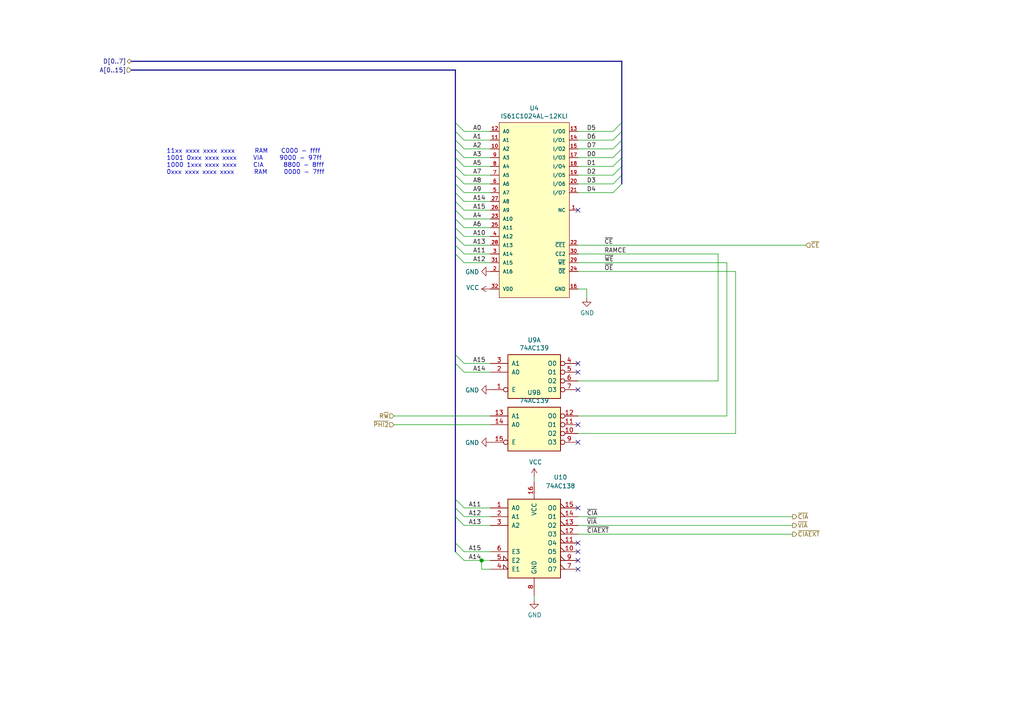
<source format=kicad_sch>
(kicad_sch (version 20201015) (generator eeschema)
  (paper "A4")
  (lib_symbols
    (symbol "74xx:74LS138" (pin_names (offset 1.016))
      (property "Reference" "U" (at -7.62 11.43 0))
      (property "Value" "74LS138" (at -7.62 -13.97 0))
      (symbol "74LS138_1_0"
        (pin input line (at -12.7 7.62 0) (length 5.08) (name "A0") (number "1"))
        (pin output output_low (at 12.7 -5.08 180) (length 5.08) (name "O5") (number "10"))
        (pin output output_low (at 12.7 -2.54 180) (length 5.08) (name "O4") (number "11"))
        (pin output output_low (at 12.7 0 180) (length 5.08) (name "O3") (number "12"))
        (pin output output_low (at 12.7 2.54 180) (length 5.08) (name "O2") (number "13"))
        (pin output output_low (at 12.7 5.08 180) (length 5.08) (name "O1") (number "14"))
        (pin output output_low (at 12.7 7.62 180) (length 5.08) (name "O0") (number "15"))
        (pin power_in line (at 0 15.24 270) (length 5.08) (name "VCC") (number "16"))
        (pin input line (at -12.7 5.08 0) (length 5.08) (name "A1") (number "2"))
        (pin input line (at -12.7 2.54 0) (length 5.08) (name "A2") (number "3"))
        (pin input input_low (at -12.7 -10.16 0) (length 5.08) (name "E1") (number "4"))
        (pin input input_low (at -12.7 -7.62 0) (length 5.08) (name "E2") (number "5"))
        (pin input line (at -12.7 -5.08 0) (length 5.08) (name "E3") (number "6"))
        (pin output output_low (at 12.7 -10.16 180) (length 5.08) (name "O7") (number "7"))
        (pin power_in line (at 0 -17.78 90) (length 5.08) (name "GND") (number "8"))
        (pin output output_low (at 12.7 -7.62 180) (length 5.08) (name "O6") (number "9"))
      )
      (symbol "74LS138_1_1"
        (rectangle (start -7.62 10.16) (end 7.62 -12.7) (stroke (width 0.254)) (fill (type background)))
      )
    )
    (symbol "74xx:74LS139" (pin_names (offset 1.016))
      (property "Reference" "U" (at -7.62 8.89 0))
      (property "Value" "74LS139" (at -7.62 -8.89 0))
      (symbol "74LS139_1_0"
        (pin input inverted (at -12.7 -5.08 0) (length 5.08) (name "E") (number "1"))
        (pin input line (at -12.7 0 0) (length 5.08) (name "A0") (number "2"))
        (pin input line (at -12.7 2.54 0) (length 5.08) (name "A1") (number "3"))
        (pin output inverted (at 12.7 2.54 180) (length 5.08) (name "O0") (number "4"))
        (pin output inverted (at 12.7 0 180) (length 5.08) (name "O1") (number "5"))
        (pin output inverted (at 12.7 -2.54 180) (length 5.08) (name "O2") (number "6"))
        (pin output inverted (at 12.7 -5.08 180) (length 5.08) (name "O3") (number "7"))
      )
      (symbol "74LS139_1_1"
        (rectangle (start -7.62 5.08) (end 7.62 -7.62) (stroke (width 0.254)) (fill (type background)))
      )
      (symbol "74LS139_2_0"
        (pin output inverted (at 12.7 -2.54 180) (length 5.08) (name "O2") (number "10"))
        (pin output inverted (at 12.7 0 180) (length 5.08) (name "O1") (number "11"))
        (pin output inverted (at 12.7 2.54 180) (length 5.08) (name "O0") (number "12"))
        (pin input line (at -12.7 2.54 0) (length 5.08) (name "A1") (number "13"))
        (pin input line (at -12.7 0 0) (length 5.08) (name "A0") (number "14"))
        (pin input inverted (at -12.7 -5.08 0) (length 5.08) (name "E") (number "15"))
        (pin output inverted (at 12.7 -5.08 180) (length 5.08) (name "O3") (number "9"))
      )
      (symbol "74LS139_2_1"
        (rectangle (start -7.62 5.08) (end 7.62 -7.62) (stroke (width 0.254)) (fill (type background)))
      )
      (symbol "74LS139_3_0"
        (pin power_in line (at 0 12.7 270) (length 5.08) (name "VCC") (number "16"))
        (pin power_in line (at 0 -12.7 90) (length 5.08) (name "GND") (number "8"))
      )
      (symbol "74LS139_3_1"
        (rectangle (start -5.08 7.62) (end 5.08 -7.62) (stroke (width 0.254)) (fill (type background)))
      )
    )
    (symbol "power:GND" (power) (pin_names (offset 0))
      (property "Value" "GND" (at 0 -3.81 0))
      (symbol "GND_0_1"
        (polyline (pts (xy 0 0) (xy 0 -1.27) (xy 1.27 -1.27) (xy 0 -2.54) (xy -1.27 -1.27) (xy 0 -1.27)))
      )
      (symbol "GND_1_1"
        (pin power_in line (at 0 0 270) (length 0) hide (name "GND") (number "1"))
      )
    )
    (symbol "power:VCC" (power) (pin_names (offset 0))
      (property "Value" "VCC" (at 0 3.81 0))
      (symbol "VCC_0_1"
        (polyline (pts (xy -0.762 1.27) (xy 0 2.54)))
        (polyline (pts (xy 0 0) (xy 0 2.54)))
        (polyline (pts (xy 0 2.54) (xy 0.762 1.27)))
      )
      (symbol "VCC_1_1"
        (pin power_in line (at 0 0 90) (length 0) hide (name "VCC") (number "1"))
      )
    )
    (symbol "sbc6526:IS61C1024AL-12KLI" (pin_names (offset 1.016))
      (property "Reference" "U" (at 0 5.08 0))
      (property "Value" "IS61C1024AL-12KLI" (at 0 7.62 0))
      (symbol "IS61C1024AL-12KLI_1_1"
        (rectangle (start 5.08 2.54) (end 25.4 -48.26) (fill (type background)))
        (pin passive line (at 27.94 -22.86 180) (length 2.54) (name "NC") (number "1"))
        (pin input line (at 2.54 -5.08 0) (length 2.54) (name "A2") (number "10"))
        (pin input line (at 2.54 -2.54 0) (length 2.54) (name "A1") (number "11"))
        (pin input line (at 2.54 0 0) (length 2.54) (name "A0") (number "12"))
        (pin bidirectional line (at 27.94 0 180) (length 2.54) (name "I/O0") (number "13"))
        (pin bidirectional line (at 27.94 -2.54 180) (length 2.54) (name "I/O1") (number "14"))
        (pin bidirectional line (at 27.94 -5.08 180) (length 2.54) (name "I/O2") (number "15"))
        (pin power_in line (at 27.94 -45.72 180) (length 2.54) (name "GND") (number "16"))
        (pin bidirectional line (at 27.94 -7.62 180) (length 2.54) (name "I/O3") (number "17"))
        (pin bidirectional line (at 27.94 -10.16 180) (length 2.54) (name "I/O4") (number "18"))
        (pin bidirectional line (at 27.94 -12.7 180) (length 2.54) (name "I/O5") (number "19"))
        (pin input line (at 2.54 -40.64 0) (length 2.54) (name "A16") (number "2"))
        (pin bidirectional line (at 27.94 -15.24 180) (length 2.54) (name "I/O6") (number "20"))
        (pin bidirectional line (at 27.94 -17.78 180) (length 2.54) (name "I/O7") (number "21"))
        (pin input line (at 27.94 -33.02 180) (length 2.54) (name "~CE1~") (number "22"))
        (pin input line (at 2.54 -25.4 0) (length 2.54) (name "A10") (number "23"))
        (pin input line (at 27.94 -40.64 180) (length 2.54) (name "~OE~") (number "24"))
        (pin input line (at 2.54 -27.94 0) (length 2.54) (name "A11") (number "25"))
        (pin input line (at 2.54 -22.86 0) (length 2.54) (name "A9") (number "26"))
        (pin input line (at 2.54 -20.32 0) (length 2.54) (name "A8") (number "27"))
        (pin input line (at 2.54 -33.02 0) (length 2.54) (name "A13") (number "28"))
        (pin input line (at 27.94 -38.1 180) (length 2.54) (name "~WE~") (number "29"))
        (pin input line (at 2.54 -35.56 0) (length 2.54) (name "A14") (number "3"))
        (pin input line (at 27.94 -35.56 180) (length 2.54) (name "CE2") (number "30"))
        (pin input line (at 2.54 -38.1 0) (length 2.54) (name "A15") (number "31"))
        (pin power_in line (at 2.54 -45.72 0) (length 2.54) (name "VDD") (number "32"))
        (pin input line (at 2.54 -30.48 0) (length 2.54) (name "A12") (number "4"))
        (pin input line (at 2.54 -17.78 0) (length 2.54) (name "A7") (number "5"))
        (pin input line (at 2.54 -15.24 0) (length 2.54) (name "A6") (number "6"))
        (pin input line (at 2.54 -12.7 0) (length 2.54) (name "A5") (number "7"))
        (pin input line (at 2.54 -10.16 0) (length 2.54) (name "A4") (number "8"))
        (pin input line (at 2.54 -7.62 0) (length 2.54) (name "A3") (number "9"))
      )
    )
  )
  (junction (at 139.7 162.56) (diameter 1.016))
  (no_connect (at 167.64 60.96))
  (no_connect (at 167.64 105.41))
  (no_connect (at 167.64 160.02))
  (no_connect (at 167.64 162.56))
  (no_connect (at 167.64 147.32))
  (no_connect (at 167.64 128.27))
  (no_connect (at 167.64 165.1))
  (no_connect (at 167.64 107.95))
  (no_connect (at 167.64 113.03))
  (no_connect (at 167.64 157.48))
  (no_connect (at 167.64 123.19))
  (bus_entry (at 134.62 38.1) (size -2.54 -2.54) (stroke (width 0.1524)))
  (bus_entry (at 134.62 40.64) (size -2.54 -2.54) (stroke (width 0.1524)))
  (bus_entry (at 134.62 43.18) (size -2.54 -2.54) (stroke (width 0.1524)))
  (bus_entry (at 134.62 45.72) (size -2.54 -2.54) (stroke (width 0.1524)))
  (bus_entry (at 134.62 48.26) (size -2.54 -2.54) (stroke (width 0.1524)))
  (bus_entry (at 134.62 50.8) (size -2.54 -2.54) (stroke (width 0.1524)))
  (bus_entry (at 134.62 53.34) (size -2.54 -2.54) (stroke (width 0.1524)))
  (bus_entry (at 134.62 55.88) (size -2.54 -2.54) (stroke (width 0.1524)))
  (bus_entry (at 134.62 58.42) (size -2.54 -2.54) (stroke (width 0.1524)))
  (bus_entry (at 134.62 60.96) (size -2.54 -2.54) (stroke (width 0.1524)))
  (bus_entry (at 134.62 63.5) (size -2.54 -2.54) (stroke (width 0.1524)))
  (bus_entry (at 134.62 66.04) (size -2.54 -2.54) (stroke (width 0.1524)))
  (bus_entry (at 134.62 68.58) (size -2.54 -2.54) (stroke (width 0.1524)))
  (bus_entry (at 134.62 71.12) (size -2.54 -2.54) (stroke (width 0.1524)))
  (bus_entry (at 134.62 73.66) (size -2.54 -2.54) (stroke (width 0.1524)))
  (bus_entry (at 134.62 76.2) (size -2.54 -2.54) (stroke (width 0.1524)))
  (bus_entry (at 134.62 105.41) (size -2.54 -2.54) (stroke (width 0.1524)))
  (bus_entry (at 134.62 107.95) (size -2.54 -2.54) (stroke (width 0.1524)))
  (bus_entry (at 134.62 147.32) (size -2.54 -2.54) (stroke (width 0.1524)))
  (bus_entry (at 134.62 149.86) (size -2.54 -2.54) (stroke (width 0.1524)))
  (bus_entry (at 134.62 152.4) (size -2.54 -2.54) (stroke (width 0.1524)))
  (bus_entry (at 134.62 160.02) (size -2.54 -2.54) (stroke (width 0.1524)))
  (bus_entry (at 134.62 162.56) (size -2.54 -2.54) (stroke (width 0.1524)))
  (bus_entry (at 177.8 38.1) (size 2.54 -2.54) (stroke (width 0.1524)))
  (bus_entry (at 177.8 40.64) (size 2.54 -2.54) (stroke (width 0.1524)))
  (bus_entry (at 177.8 43.18) (size 2.54 -2.54) (stroke (width 0.1524)))
  (bus_entry (at 177.8 45.72) (size 2.54 -2.54) (stroke (width 0.1524)))
  (bus_entry (at 177.8 48.26) (size 2.54 -2.54) (stroke (width 0.1524)))
  (bus_entry (at 177.8 50.8) (size 2.54 -2.54) (stroke (width 0.1524)))
  (bus_entry (at 177.8 53.34) (size 2.54 -2.54) (stroke (width 0.1524)))
  (bus_entry (at 177.8 55.88) (size 2.54 -2.54) (stroke (width 0.1524)))
  (wire (pts (xy 114.3 123.19) (xy 142.24 123.19)))
  (wire (pts (xy 139.7 162.56) (xy 134.62 162.56)))
  (wire (pts (xy 139.7 165.1) (xy 139.7 162.56)))
  (wire (pts (xy 142.24 38.1) (xy 134.62 38.1)))
  (wire (pts (xy 142.24 40.64) (xy 134.62 40.64)))
  (wire (pts (xy 142.24 43.18) (xy 134.62 43.18)))
  (wire (pts (xy 142.24 45.72) (xy 134.62 45.72)))
  (wire (pts (xy 142.24 48.26) (xy 134.62 48.26)))
  (wire (pts (xy 142.24 50.8) (xy 134.62 50.8)))
  (wire (pts (xy 142.24 53.34) (xy 134.62 53.34)))
  (wire (pts (xy 142.24 55.88) (xy 134.62 55.88)))
  (wire (pts (xy 142.24 58.42) (xy 134.62 58.42)))
  (wire (pts (xy 142.24 60.96) (xy 134.62 60.96)))
  (wire (pts (xy 142.24 63.5) (xy 134.62 63.5)))
  (wire (pts (xy 142.24 66.04) (xy 134.62 66.04)))
  (wire (pts (xy 142.24 68.58) (xy 134.62 68.58)))
  (wire (pts (xy 142.24 71.12) (xy 134.62 71.12)))
  (wire (pts (xy 142.24 73.66) (xy 134.62 73.66)))
  (wire (pts (xy 142.24 76.2) (xy 134.62 76.2)))
  (wire (pts (xy 142.24 105.41) (xy 134.62 105.41)))
  (wire (pts (xy 142.24 107.95) (xy 134.62 107.95)))
  (wire (pts (xy 142.24 120.65) (xy 114.3 120.65)))
  (wire (pts (xy 142.24 147.32) (xy 134.62 147.32)))
  (wire (pts (xy 142.24 149.86) (xy 134.62 149.86)))
  (wire (pts (xy 142.24 152.4) (xy 134.62 152.4)))
  (wire (pts (xy 142.24 160.02) (xy 134.62 160.02)))
  (wire (pts (xy 142.24 162.56) (xy 139.7 162.56)))
  (wire (pts (xy 142.24 165.1) (xy 139.7 165.1)))
  (wire (pts (xy 154.94 138.43) (xy 154.94 139.7)))
  (wire (pts (xy 154.94 172.72) (xy 154.94 173.99)))
  (wire (pts (xy 167.64 38.1) (xy 177.8 38.1)))
  (wire (pts (xy 167.64 40.64) (xy 177.8 40.64)))
  (wire (pts (xy 167.64 43.18) (xy 177.8 43.18)))
  (wire (pts (xy 167.64 45.72) (xy 177.8 45.72)))
  (wire (pts (xy 167.64 48.26) (xy 177.8 48.26)))
  (wire (pts (xy 167.64 50.8) (xy 177.8 50.8)))
  (wire (pts (xy 167.64 53.34) (xy 177.8 53.34)))
  (wire (pts (xy 167.64 55.88) (xy 177.8 55.88)))
  (wire (pts (xy 167.64 71.12) (xy 233.68 71.12)))
  (wire (pts (xy 167.64 73.66) (xy 208.28 73.66)))
  (wire (pts (xy 167.64 76.2) (xy 210.82 76.2)))
  (wire (pts (xy 167.64 78.74) (xy 213.36 78.74)))
  (wire (pts (xy 167.64 110.49) (xy 208.28 110.49)))
  (wire (pts (xy 167.64 120.65) (xy 210.82 120.65)))
  (wire (pts (xy 167.64 125.73) (xy 213.36 125.73)))
  (wire (pts (xy 167.64 149.86) (xy 229.87 149.86)))
  (wire (pts (xy 167.64 152.4) (xy 229.87 152.4)))
  (wire (pts (xy 167.64 154.94) (xy 229.87 154.94)))
  (wire (pts (xy 170.18 83.82) (xy 167.64 83.82)))
  (wire (pts (xy 170.18 86.36) (xy 170.18 83.82)))
  (wire (pts (xy 208.28 110.49) (xy 208.28 73.66)))
  (wire (pts (xy 210.82 120.65) (xy 210.82 76.2)))
  (wire (pts (xy 213.36 125.73) (xy 213.36 78.74)))
  (bus (pts (xy 38.1 17.78) (xy 180.34 17.78)))
  (bus (pts (xy 38.1 20.32) (xy 132.08 20.32)))
  (bus (pts (xy 132.08 20.32) (xy 132.08 35.56)))
  (bus (pts (xy 132.08 35.56) (xy 132.08 38.1)))
  (bus (pts (xy 132.08 38.1) (xy 132.08 40.64)))
  (bus (pts (xy 132.08 40.64) (xy 132.08 43.18)))
  (bus (pts (xy 132.08 43.18) (xy 132.08 45.72)))
  (bus (pts (xy 132.08 45.72) (xy 132.08 48.26)))
  (bus (pts (xy 132.08 48.26) (xy 132.08 50.8)))
  (bus (pts (xy 132.08 50.8) (xy 132.08 53.34)))
  (bus (pts (xy 132.08 53.34) (xy 132.08 55.88)))
  (bus (pts (xy 132.08 55.88) (xy 132.08 58.42)))
  (bus (pts (xy 132.08 58.42) (xy 132.08 60.96)))
  (bus (pts (xy 132.08 60.96) (xy 132.08 63.5)))
  (bus (pts (xy 132.08 63.5) (xy 132.08 66.04)))
  (bus (pts (xy 132.08 66.04) (xy 132.08 68.58)))
  (bus (pts (xy 132.08 68.58) (xy 132.08 71.12)))
  (bus (pts (xy 132.08 71.12) (xy 132.08 73.66)))
  (bus (pts (xy 132.08 73.66) (xy 132.08 102.87)))
  (bus (pts (xy 132.08 102.87) (xy 132.08 105.41)))
  (bus (pts (xy 132.08 105.41) (xy 132.08 144.78)))
  (bus (pts (xy 132.08 144.78) (xy 132.08 147.32)))
  (bus (pts (xy 132.08 147.32) (xy 132.08 149.86)))
  (bus (pts (xy 132.08 149.86) (xy 132.08 157.48)))
  (bus (pts (xy 132.08 157.48) (xy 132.08 160.02)))
  (bus (pts (xy 180.34 17.78) (xy 180.34 35.56)))
  (bus (pts (xy 180.34 35.56) (xy 180.34 38.1)))
  (bus (pts (xy 180.34 38.1) (xy 180.34 40.64)))
  (bus (pts (xy 180.34 40.64) (xy 180.34 43.18)))
  (bus (pts (xy 180.34 43.18) (xy 180.34 45.72)))
  (bus (pts (xy 180.34 45.72) (xy 180.34 48.26)))
  (bus (pts (xy 180.34 48.26) (xy 180.34 50.8)))
  (bus (pts (xy 180.34 50.8) (xy 180.34 53.34)))
  (text "11xx xxxx xxxx xxxx      RAM    C000 - ffff\n1001 0xxx xxxx xxxx     VIA     9000 - 97ff\n1000 1xxx xxxx xxxx     CIA      8800 - 8fff\n0xxx xxxx xxxx xxxx      RAM     0000 - 7fff" (at 48.26 50.8 0) (effects (font (size 1.27 1.27)) (justify left bottom)))
  (label "A11" (at 135.89 147.32 0))
  (label "A12" (at 135.89 149.86 0))
  (label "A13" (at 135.89 152.4 0))
  (label "A15" (at 135.89 160.02 0))
  (label "A14" (at 135.89 162.56 0))
  (label "A0" (at 137.16 38.1 0))
  (label "A1" (at 137.16 40.64 0))
  (label "A2" (at 137.16 43.18 0))
  (label "A3" (at 137.16 45.72 0))
  (label "A5" (at 137.16 48.26 0))
  (label "A7" (at 137.16 50.8 0))
  (label "A8" (at 137.16 53.34 0))
  (label "A9" (at 137.16 55.88 0))
  (label "A14" (at 137.16 58.42 0))
  (label "A15" (at 137.16 60.96 0))
  (label "A4" (at 137.16 63.5 0))
  (label "A6" (at 137.16 66.04 0))
  (label "A10" (at 137.16 68.58 0))
  (label "A13" (at 137.16 71.12 0))
  (label "A11" (at 137.16 73.66 0))
  (label "A12" (at 137.16 76.2 0))
  (label "A15" (at 137.16 105.41 0))
  (label "A14" (at 137.16 107.95 0))
  (label "D5" (at 170.18 38.1 0))
  (label "D6" (at 170.18 40.64 0))
  (label "D7" (at 170.18 43.18 0))
  (label "D0" (at 170.18 45.72 0))
  (label "D1" (at 170.18 48.26 0))
  (label "D2" (at 170.18 50.8 0))
  (label "D3" (at 170.18 53.34 0))
  (label "D4" (at 170.18 55.88 0))
  (label "~CIA" (at 170.18 149.86 0))
  (label "~VIA" (at 170.18 152.4 0))
  (label "~CIAEXT" (at 170.18 154.94 0))
  (label "~CE" (at 175.26 71.12 0))
  (label "RAMCE" (at 175.26 73.66 0))
  (label "~WE" (at 175.26 76.2 0))
  (label "~OE" (at 175.26 78.74 0))
  (hierarchical_label "D[0..7]" (shape bidirectional) (at 38.1 17.78 180))
  (hierarchical_label "A[0..15]" (shape input) (at 38.1 20.32 180))
  (hierarchical_label "R~W" (shape input) (at 114.3 120.65 180))
  (hierarchical_label "~PHI2" (shape input) (at 114.3 123.19 180))
  (hierarchical_label "~CIA" (shape output) (at 229.87 149.86 0))
  (hierarchical_label "~VIA" (shape output) (at 229.87 152.4 0))
  (hierarchical_label "~CIAEXT" (shape output) (at 229.87 154.94 0))
  (hierarchical_label "~CE" (shape input) (at 233.68 71.12 0))
  (symbol (lib_id "power:VCC") (at 142.24 83.82 90) (unit 1)
    (property "Reference" "#PWR0108" (effects hide))
    (property "Value" "VCC" (at 139.0142 83.439 90) (effects (justify left)))
  )
  (symbol (lib_id "power:VCC") (at 154.94 138.43 0) (unit 1)
    (property "Reference" "#PWR0110" (effects hide))
    (property "Value" "VCC" (at 155.321 134.0358 0))
  )
  (symbol (lib_id "power:GND") (at 142.24 78.74 270) (unit 1)
    (property "Reference" "#PWR0104" (effects hide))
    (property "Value" "GND" (at 138.9888 78.867 90) (effects (justify right)))
  )
  (symbol (lib_id "power:GND") (at 142.24 113.03 270) (unit 1)
    (property "Reference" "#PWR0105" (effects hide))
    (property "Value" "GND" (at 138.9888 113.157 90) (effects (justify right)))
  )
  (symbol (lib_id "power:GND") (at 142.24 128.27 270) (unit 1)
    (property "Reference" "#PWR0106" (effects hide))
    (property "Value" "GND" (at 138.9888 128.397 90) (effects (justify right)))
  )
  (symbol (lib_id "power:GND") (at 154.94 173.99 0) (unit 1)
    (property "Reference" "#PWR0109" (effects hide))
    (property "Value" "GND" (at 155.067 178.3842 0))
  )
  (symbol (lib_id "power:GND") (at 170.18 86.36 0) (unit 1)
    (property "Reference" "#PWR0107" (effects hide))
    (property "Value" "GND" (at 170.307 90.7542 0))
  )
  (symbol (lib_id "74xx:74LS139") (at 154.94 107.95 0) (unit 1)
    (property "Reference" "U9" (at 154.94 98.6282 0))
    (property "Value" "74AC139" (at 154.94 100.9396 0))
    (property "Footprint" "Package_SO:SOIC-16_3.9x9.9mm_P1.27mm" (effects hide))
    (property "Datasheet" "http://www.ti.com/lit/ds/symlink/sn74ls139a.pdf" (effects hide))
  )
  (symbol (lib_id "74xx:74LS139") (at 154.94 123.19 0) (unit 2)
    (property "Reference" "U9" (at 154.94 113.8682 0))
    (property "Value" "74AC139" (at 154.94 116.1796 0))
    (property "Footprint" "Package_SO:SOIC-16_3.9x9.9mm_P1.27mm" (effects hide))
    (property "Datasheet" "http://www.ti.com/lit/ds/symlink/sn74ls139a.pdf" (effects hide))
  )
  (symbol (lib_id "74xx:74LS138") (at 154.94 154.94 0) (unit 1)
    (property "Reference" "U10" (at 162.56 138.43 0))
    (property "Value" "74AC138" (at 162.56 140.97 0))
    (property "Footprint" "Package_SO:SOIC-16_3.9x9.9mm_P1.27mm" (effects hide))
    (property "Datasheet" "http://www.ti.com/lit/gpn/sn74LS138" (effects hide))
  )
  (symbol (lib_id "sbc6526:IS61C1024AL-12KLI") (at 139.7 38.1 0) (unit 1)
    (property "Reference" "U4" (at 154.94 31.369 0))
    (property "Value" "IS61C1024AL-12KLI" (at 154.94 33.6804 0))
    (property "Footprint" "sbc6526:SOJ-32_10.16x21.08mm_P1.27mm" (effects hide))
    (property "Datasheet" "http://www.issi.com/WW/pdf/61-64C1024AL.pdf" (effects hide))
    (property "Code  JEDEC" "MS-027" (effects hide))
    (property "Component Link 1 Description" "Manufacturer URL" (effects hide))
    (property "Component Link 1 URL" "http://www.issi.com/US/index.shtml" (effects hide))
    (property "Component Link 3 Description" "Package Specification" (effects hide))
    (property "Component Link 3 URL" "http://www.issi.com/WW/pdf/61-64C1024AL.pdf" (effects hide))
    (property "Datasheet Version" "Rev. D" (effects hide))
    (property "Density" "1M" (effects hide))
    (property "Mounting Technology" "Surface Mount" (effects hide))
    (property "Organization" "128K x 8" (effects hide))
    (property "Package Description" "32-Pin 400 mil SOJ, Body 20.95 x 10.16 mm, Pitch 1.27 mm" (effects hide))
    (property "Package Version" "Rev. E, 12/2007" (effects hide))
    (property "Packing" "Tray / Tube" (effects hide))
    (property "Speed ns" "12" (effects hide))
    (property "category" "IC" (effects hide))
    (property "ciiva ids" "1246270" (effects hide))
    (property "library id" "9d67895ef7327d77" (effects hide))
    (property "manufacturer" "Integrated Silicon Solution Inc (ISSI)" (effects hide))
    (property "package" "SOJ-32" (effects hide))
    (property "release date" "1382601074" (effects hide))
    (property "rohs" "No" (effects hide))
    (property "vault revision" "2C522BE6-5BF8-4CFD-B3EB-B2739303CE2D" (effects hide))
    (property "imported" "yes" (effects hide))
  )
)
</source>
